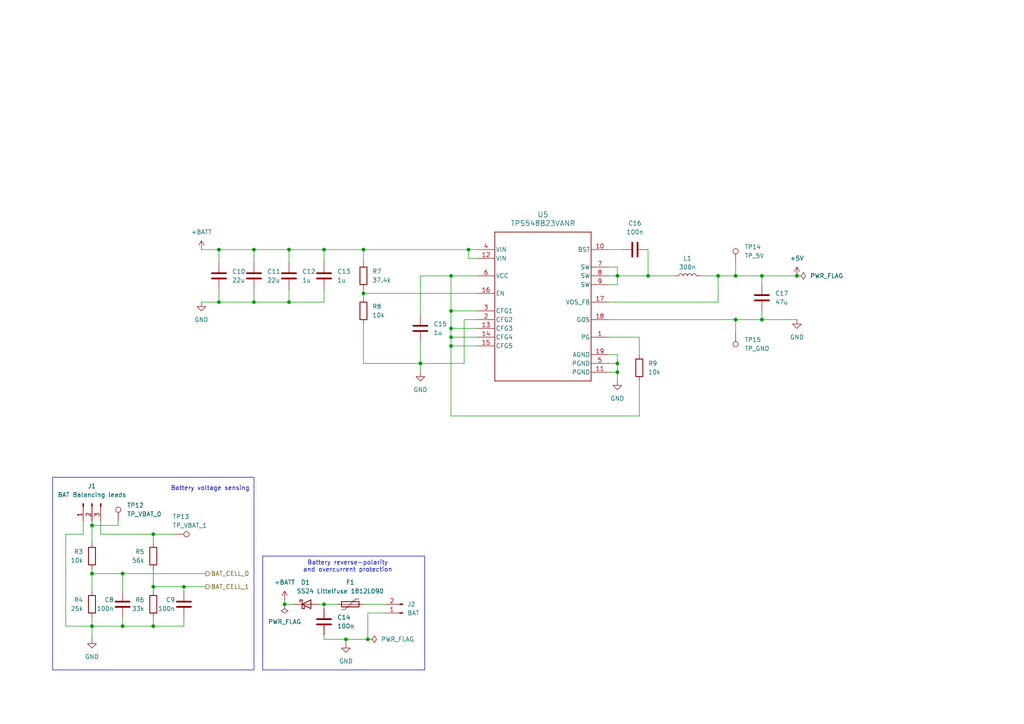
<source format=kicad_sch>
(kicad_sch (version 20250114) (generator "eeschema") (generator_version "9.0")
  (paper "A4")
  (title_block (title "Project Viikate - Avionics") (date "2026-01-30") (rev "1") (company "Aalto Space Association"))
  (lib_symbols
    (symbol "Connector:Conn_01x02_Pin" (pin_names (offset 1.016) (hide yes))
      (property "Reference" "J" (at 0 2.54 0))
      (property "Value" "Conn_01x02_Pin" (at 0 -5.08 0))
      (symbol "Conn_01x02_Pin_1_1"
        (rectangle (start 0.8636 0.127) (end 0 -0.127) (stroke (width 0.1524)) (fill (type outline)))
        (rectangle (start 0.8636 -2.413) (end 0 -2.667) (stroke (width 0.1524)) (fill (type outline)))
        (polyline (pts (xy 1.27 0) (xy 0.8636 0)) (stroke (width 0.1524)))
        (polyline (pts (xy 1.27 -2.54) (xy 0.8636 -2.54)) (stroke (width 0.1524)))
        (pin passive line (at 5.08 0 180) (length 3.81) (name "Pin_1") (number "1"))
        (pin passive line (at 5.08 -2.54 180) (length 3.81) (name "Pin_2") (number "2"))
      )
    )
    (symbol "Connector:Conn_01x03_Pin" (pin_names (offset 1.016) (hide yes))
      (property "Reference" "J" (at 0 5.08 0))
      (property "Value" "Conn_01x03_Pin" (at 0 -5.08 0))
      (symbol "Conn_01x03_Pin_1_1"
        (rectangle (start 0.8636 2.667) (end 0 2.413) (stroke (width 0.1524)) (fill (type outline)))
        (rectangle (start 0.8636 0.127) (end 0 -0.127) (stroke (width 0.1524)) (fill (type outline)))
        (rectangle (start 0.8636 -2.413) (end 0 -2.667) (stroke (width 0.1524)) (fill (type outline)))
        (polyline (pts (xy 1.27 2.54) (xy 0.8636 2.54)) (stroke (width 0.1524)))
        (polyline (pts (xy 1.27 0) (xy 0.8636 0)) (stroke (width 0.1524)))
        (polyline (pts (xy 1.27 -2.54) (xy 0.8636 -2.54)) (stroke (width 0.1524)))
        (pin passive line (at 5.08 2.54 180) (length 3.81) (name "Pin_1") (number "1"))
        (pin passive line (at 5.08 0 180) (length 3.81) (name "Pin_2") (number "2"))
        (pin passive line (at 5.08 -2.54 180) (length 3.81) (name "Pin_3") (number "3"))
      )
    )
    (symbol "Connector:TestPoint" (pin_numbers (hide yes)) (pin_names (offset 0.762) (hide yes))
      (property "Reference" "TP" (at 0 6.858 0))
      (property "Value" "TestPoint" (at 0 5.08 0))
      (symbol "TestPoint_0_1"
        (circle (center 0 3.302) (radius 0.762))
      )
      (symbol "TestPoint_1_1"
        (pin passive line (at 0 0 90) (length 2.54) (name "1") (number "1"))
      )
    )
    (symbol "Device:C" (pin_numbers (hide yes)) (pin_names (offset 0.254))
      (property "Reference" "C" (at 0.635 2.54 0))
      (property "Value" "C" (at 0.635 -2.54 0))
      (symbol "C_0_1"
        (polyline (pts (xy -2.032 0.762) (xy 2.032 0.762)) (stroke (width 0.508)))
        (polyline (pts (xy -2.032 -0.762) (xy 2.032 -0.762)) (stroke (width 0.508)))
      )
      (symbol "C_1_1"
        (pin passive line (at 0 3.81 270) (length 2.794) (name "~") (number "1"))
        (pin passive line (at 0 -3.81 90) (length 2.794) (name "~") (number "2"))
      )
    )
    (symbol "Device:L" (pin_numbers (hide yes)) (pin_names (offset 1.016) (hide yes))
      (property "Reference" "L" (at -1.27 0 90))
      (property "Value" "L" (at 1.905 0 90))
      (symbol "L_0_1"
        (arc (start 0 2.54) (mid 0.6323 1.905) (end 0 1.27))
        (arc (start 0 1.27) (mid 0.6323 0.635) (end 0 0))
        (arc (start 0 0) (mid 0.6323 -0.635) (end 0 -1.27))
        (arc (start 0 -1.27) (mid 0.6323 -1.905) (end 0 -2.54))
      )
      (symbol "L_1_1"
        (pin passive line (at 0 3.81 270) (length 1.27) (name "1") (number "1"))
        (pin passive line (at 0 -3.81 90) (length 1.27) (name "2") (number "2"))
      )
    )
    (symbol "Device:Polyfuse" (pin_numbers (hide yes)) (pin_names (offset 0))
      (property "Reference" "F" (at -2.54 0 90))
      (property "Value" "Polyfuse" (at 2.54 0 90))
      (symbol "Polyfuse_0_1"
        (polyline (pts (xy -1.524 2.54) (xy -1.524 1.524) (xy 1.524 -1.524) (xy 1.524 -2.54)))
        (rectangle (start -0.762 2.54) (end 0.762 -2.54) (stroke (width 0.254)))
        (polyline (pts (xy 0 2.54) (xy 0 -2.54)))
      )
      (symbol "Polyfuse_1_1"
        (pin passive line (at 0 3.81 270) (length 1.27) (name "~") (number "1"))
        (pin passive line (at 0 -3.81 90) (length 1.27) (name "~") (number "2"))
      )
    )
    (symbol "Device:R" (pin_numbers (hide yes)) (pin_names (offset 0))
      (property "Reference" "R" (at 2.032 0 90))
      (property "Value" "R" (at 0 0 90))
      (symbol "R_0_1"
        (rectangle (start -1.016 -2.54) (end 1.016 2.54) (stroke (width 0.254)))
      )
      (symbol "R_1_1"
        (pin passive line (at 0 3.81 270) (length 1.27) (name "~") (number "1"))
        (pin passive line (at 0 -3.81 90) (length 1.27) (name "~") (number "2"))
      )
    )
    (symbol "Diode:SS24" (pin_numbers (hide yes)) (pin_names (offset 1.016) (hide yes))
      (property "Reference" "D" (at 0 2.54 0))
      (property "Value" "SS24" (at 0 -2.54 0))
      (symbol "SS24_0_1"
        (polyline (pts (xy -1.905 0.635) (xy -1.905 1.27) (xy -1.27 1.27) (xy -1.27 -1.27) (xy -0.635 -1.27) (xy -0.635 -0.635)) (stroke (width 0.254)))
        (polyline (pts (xy 1.27 1.27) (xy 1.27 -1.27) (xy -1.27 0) (xy 1.27 1.27)) (stroke (width 0.254)))
        (polyline (pts (xy 1.27 0) (xy -1.27 0)))
      )
      (symbol "SS24_1_1"
        (pin passive line (at -3.81 0 0) (length 2.54) (name "K") (number "1"))
        (pin passive line (at 3.81 0 180) (length 2.54) (name "A") (number "2"))
      )
    )
    (symbol "TPS548B23VANR:TPS548B23VANR" (pin_names (offset 0.254))
      (property "Reference" "U" (at 0 2.54 0))
      (property "Value" "TPS548B23VANR" (at 0 0 0))
      (symbol "TPS548B23VANR_0_1"
        (polyline (pts (xy 5.08 5.08) (xy 5.08 -38.1)) (stroke (width 0.2032)))
        (polyline (pts (xy 5.08 -38.1) (xy 33.02 -38.1)) (stroke (width 0.2032)))
        (polyline (pts (xy 33.02 5.08) (xy 5.08 5.08)) (stroke (width 0.2032)))
        (polyline (pts (xy 33.02 -38.1) (xy 33.02 5.08)) (stroke (width 0.2032)))
        (pin power_in line (at 0 0 0) (length 5.08) (name "VIN") (number "4"))
        (pin power_in line (at 0 -2.54 0) (length 5.08) (name "VIN") (number "12"))
        (pin unspecified line (at 0 -7.62 0) (length 5.08) (name "VCC") (number "6"))
        (pin input line (at 0 -12.7 0) (length 5.08) (name "EN") (number "16"))
        (pin input line (at 0 -17.78 0) (length 5.08) (name "CFG1") (number "3"))
        (pin input line (at 0 -20.32 0) (length 5.08) (name "CFG2") (number "2"))
        (pin input line (at 0 -22.86 0) (length 5.08) (name "CFG3") (number "13"))
        (pin input line (at 0 -25.4 0) (length 5.08) (name "CFG4") (number "14"))
        (pin input line (at 0 -27.94 0) (length 5.08) (name "CFG5") (number "15"))
        (pin unspecified line (at 38.1 0 180) (length 5.08) (name "BST") (number "10"))
        (pin unspecified line (at 38.1 -5.08 180) (length 5.08) (name "SW") (number "7"))
        (pin unspecified line (at 38.1 -7.62 180) (length 5.08) (name "SW") (number "8"))
        (pin unspecified line (at 38.1 -10.16 180) (length 5.08) (name "SW") (number "9"))
        (pin unspecified line (at 38.1 -15.24 180) (length 5.08) (name "VOS_FB") (number "17"))
        (pin unspecified line (at 38.1 -20.32 180) (length 5.08) (name "GOS") (number "18"))
        (pin open_collector line (at 38.1 -25.4 180) (length 5.08) (name "PG") (number "1"))
        (pin power_in line (at 38.1 -30.48 180) (length 5.08) (name "AGND") (number "19"))
        (pin power_in line (at 38.1 -33.02 180) (length 5.08) (name "PGND") (number "5"))
        (pin power_in line (at 38.1 -35.56 180) (length 5.08) (name "PGND") (number "11"))
      )
    )
    (symbol "power:+5V" (power) (pin_numbers (hide yes)) (pin_names (offset 0) (hide yes))
      (property "Value" "+5V" (at 0 3.556 0))
      (symbol "+5V_0_1"
        (polyline (pts (xy -0.762 1.27) (xy 0 2.54)))
        (polyline (pts (xy 0 2.54) (xy 0.762 1.27)))
        (polyline (pts (xy 0 0) (xy 0 2.54)))
      )
      (symbol "+5V_1_1"
        (pin power_in line (at 0 0 90) (length 0) (name "~") (number "1"))
      )
    )
    (symbol "power:+BATT" (power) (pin_numbers (hide yes)) (pin_names (offset 0) (hide yes))
      (property "Value" "+BATT" (at 0 3.556 0))
      (symbol "+BATT_0_1"
        (polyline (pts (xy -0.762 1.27) (xy 0 2.54)))
        (polyline (pts (xy 0 2.54) (xy 0.762 1.27)))
        (polyline (pts (xy 0 0) (xy 0 2.54)))
      )
      (symbol "+BATT_1_1"
        (pin power_in line (at 0 0 90) (length 0) (name "~") (number "1"))
      )
    )
    (symbol "power:GND" (power) (pin_numbers (hide yes)) (pin_names (offset 0) (hide yes))
      (property "Value" "GND" (at 0 -3.81 0))
      (symbol "GND_0_1"
        (polyline (pts (xy 0 0) (xy 0 -1.27) (xy 1.27 -1.27) (xy 0 -2.54) (xy -1.27 -1.27) (xy 0 -1.27)))
      )
      (symbol "GND_1_1"
        (pin power_in line (at 0 0 270) (length 0) (name "~") (number "1"))
      )
    )
    (symbol "power:PWR_FLAG" (power) (pin_numbers (hide yes)) (pin_names (offset 0) (hide yes))
      (property "Value" "PWR_FLAG" (at 0 3.81 0))
      (symbol "PWR_FLAG_0_0"
        (pin power_out line (at 0 0 90) (length 0) (name "~") (number "1"))
      )
      (symbol "PWR_FLAG_0_1"
        (polyline (pts (xy 0 0) (xy 0 1.27) (xy -1.016 1.905) (xy 0 2.54) (xy 1.016 1.905) (xy 0 1.27)))
      )
    )
  )
  (rectangle (start 15.24 138.43) (end 73.66 194.31))
  (rectangle (start 76.2 161.29) (end 123.19 194.31))
  (text "Battery reverse-polarity\nand overcurrent protection" (at 100.838 164.338 0) (effects (font (size 1.27 1.27))))
  (text "Battery voltage sensing" (at 60.96 141.732 0) (effects (font (size 1.27 1.27))))
  (junction (at 93.98 175.26))
  (junction (at 130.81 97.79))
  (junction (at 130.81 100.33))
  (junction (at 231.14 80.01))
  (junction (at 63.5 87.63))
  (junction (at 44.45 154.94))
  (junction (at 26.67 166.37))
  (junction (at 26.67 152.4))
  (junction (at 63.5 72.39))
  (junction (at 106.68 185.42))
  (junction (at 73.66 87.63))
  (junction (at 130.81 90.17))
  (junction (at 26.67 181.61))
  (junction (at 130.81 95.25))
  (junction (at 53.34 170.18))
  (junction (at 105.41 72.39))
  (junction (at 187.96 80.01))
  (junction (at 213.36 92.71))
  (junction (at 93.98 72.39))
  (junction (at 73.66 72.39))
  (junction (at 220.98 92.71))
  (junction (at 179.07 105.41))
  (junction (at 130.81 80.01))
  (junction (at 83.82 72.39))
  (junction (at 35.56 166.37))
  (junction (at 105.41 85.09))
  (junction (at 35.56 181.61))
  (junction (at 179.07 107.95))
  (junction (at 44.45 170.18))
  (junction (at 220.98 80.01))
  (junction (at 213.36 80.01))
  (junction (at 83.82 87.63))
  (junction (at 208.28 80.01))
  (junction (at 44.45 181.61))
  (junction (at 135.89 72.39))
  (junction (at 82.55 175.26))
  (junction (at 179.07 80.01))
  (junction (at 121.92 105.41))
  (junction (at 100.33 185.42))
  (wire (pts (xy 220.98 80.01) (xy 220.98 82.55)))
  (wire (pts (xy 93.98 175.26) (xy 93.98 176.53)))
  (wire (pts (xy 63.5 83.82) (xy 63.5 87.63)))
  (wire (pts (xy 134.62 92.71) (xy 134.62 105.41)))
  (wire (pts (xy 130.81 80.01) (xy 121.92 80.01)))
  (wire (pts (xy 106.68 177.8) (xy 106.68 185.42)))
  (wire (pts (xy 138.43 95.25) (xy 130.81 95.25)))
  (wire (pts (xy 179.07 105.41) (xy 179.07 107.95)))
  (wire (pts (xy 83.82 87.63) (xy 93.98 87.63)))
  (wire (pts (xy 100.33 185.42) (xy 100.33 186.69)))
  (wire (pts (xy 130.81 90.17) (xy 130.81 80.01)))
  (wire (pts (xy 179.07 80.01) (xy 179.07 82.55)))
  (wire (pts (xy 83.82 72.39) (xy 93.98 72.39)))
  (wire (pts (xy 53.34 181.61) (xy 44.45 181.61)))
  (wire (pts (xy 176.53 87.63) (xy 208.28 87.63)))
  (wire (pts (xy 50.8 154.94) (xy 44.45 154.94)))
  (wire (pts (xy 121.92 105.41) (xy 121.92 107.95)))
  (wire (pts (xy 138.43 90.17) (xy 130.81 90.17)))
  (wire (pts (xy 73.66 72.39) (xy 73.66 76.2)))
  (wire (pts (xy 179.07 107.95) (xy 179.07 110.49)))
  (wire (pts (xy 179.07 80.01) (xy 187.96 80.01)))
  (wire (pts (xy 105.41 175.26) (xy 111.76 175.26)))
  (wire (pts (xy 58.42 87.63) (xy 63.5 87.63)))
  (wire (pts (xy 208.28 80.01) (xy 203.2 80.01)))
  (wire (pts (xy 34.29 152.4) (xy 26.67 152.4)))
  (wire (pts (xy 34.29 151.13) (xy 34.29 152.4)))
  (wire (pts (xy 35.56 166.37) (xy 26.67 166.37)))
  (wire (pts (xy 93.98 72.39) (xy 105.41 72.39)))
  (wire (pts (xy 213.36 76.2) (xy 213.36 80.01)))
  (wire (pts (xy 35.56 181.61) (xy 26.67 181.61)))
  (wire (pts (xy 35.56 166.37) (xy 59.69 166.37)))
  (wire (pts (xy 176.53 102.87) (xy 179.07 102.87)))
  (wire (pts (xy 208.28 80.01) (xy 208.28 87.63)))
  (wire (pts (xy 220.98 92.71) (xy 231.14 92.71)))
  (wire (pts (xy 121.92 80.01) (xy 121.92 91.44)))
  (wire (pts (xy 176.53 72.39) (xy 180.34 72.39)))
  (wire (pts (xy 105.41 93.98) (xy 105.41 105.41)))
  (wire (pts (xy 82.55 173.99) (xy 82.55 175.26)))
  (wire (pts (xy 83.82 72.39) (xy 83.82 76.2)))
  (wire (pts (xy 24.13 154.94) (xy 19.05 154.94)))
  (wire (pts (xy 176.53 105.41) (xy 179.07 105.41)))
  (wire (pts (xy 63.5 72.39) (xy 73.66 72.39)))
  (wire (pts (xy 138.43 100.33) (xy 130.81 100.33)))
  (wire (pts (xy 138.43 97.79) (xy 130.81 97.79)))
  (wire (pts (xy 208.28 80.01) (xy 213.36 80.01)))
  (wire (pts (xy 73.66 72.39) (xy 83.82 72.39)))
  (wire (pts (xy 53.34 170.18) (xy 59.69 170.18)))
  (wire (pts (xy 93.98 87.63) (xy 93.98 83.82)))
  (wire (pts (xy 187.96 72.39) (xy 187.96 80.01)))
  (wire (pts (xy 213.36 92.71) (xy 220.98 92.71)))
  (wire (pts (xy 130.81 95.25) (xy 130.81 90.17)))
  (wire (pts (xy 93.98 184.15) (xy 93.98 185.42)))
  (wire (pts (xy 53.34 170.18) (xy 53.34 171.45)))
  (wire (pts (xy 26.67 181.61) (xy 26.67 185.42)))
  (wire (pts (xy 53.34 170.18) (xy 44.45 170.18)))
  (wire (pts (xy 44.45 179.07) (xy 44.45 181.61)))
  (wire (pts (xy 58.42 72.39) (xy 63.5 72.39)))
  (wire (pts (xy 130.81 97.79) (xy 130.81 95.25)))
  (wire (pts (xy 93.98 175.26) (xy 97.79 175.26)))
  (wire (pts (xy 53.34 179.07) (xy 53.34 181.61)))
  (wire (pts (xy 185.42 97.79) (xy 185.42 102.87)))
  (wire (pts (xy 121.92 99.06) (xy 121.92 105.41)))
  (wire (pts (xy 29.21 154.94) (xy 44.45 154.94)))
  (wire (pts (xy 24.13 151.13) (xy 24.13 154.94)))
  (wire (pts (xy 220.98 80.01) (xy 231.14 80.01)))
  (wire (pts (xy 82.55 175.26) (xy 85.09 175.26)))
  (wire (pts (xy 105.41 85.09) (xy 105.41 83.82)))
  (wire (pts (xy 29.21 151.13) (xy 29.21 154.94)))
  (wire (pts (xy 179.07 102.87) (xy 179.07 105.41)))
  (wire (pts (xy 35.56 166.37) (xy 35.56 171.45)))
  (wire (pts (xy 130.81 120.65) (xy 185.42 120.65)))
  (wire (pts (xy 176.53 97.79) (xy 185.42 97.79)))
  (wire (pts (xy 130.81 100.33) (xy 130.81 97.79)))
  (wire (pts (xy 26.67 152.4) (xy 26.67 157.48)))
  (wire (pts (xy 187.96 80.01) (xy 195.58 80.01)))
  (wire (pts (xy 92.71 175.26) (xy 93.98 175.26)))
  (wire (pts (xy 44.45 170.18) (xy 44.45 171.45)))
  (wire (pts (xy 26.67 166.37) (xy 26.67 171.45)))
  (wire (pts (xy 44.45 181.61) (xy 35.56 181.61)))
  (wire (pts (xy 73.66 87.63) (xy 83.82 87.63)))
  (wire (pts (xy 93.98 185.42) (xy 100.33 185.42)))
  (wire (pts (xy 63.5 72.39) (xy 63.5 76.2)))
  (wire (pts (xy 26.67 179.07) (xy 26.67 181.61)))
  (wire (pts (xy 26.67 165.1) (xy 26.67 166.37)))
  (wire (pts (xy 213.36 80.01) (xy 220.98 80.01)))
  (wire (pts (xy 179.07 82.55) (xy 176.53 82.55)))
  (wire (pts (xy 83.82 83.82) (xy 83.82 87.63)))
  (wire (pts (xy 185.42 110.49) (xy 185.42 120.65)))
  (wire (pts (xy 176.53 92.71) (xy 213.36 92.71)))
  (wire (pts (xy 135.89 74.93) (xy 138.43 74.93)))
  (wire (pts (xy 63.5 87.63) (xy 73.66 87.63)))
  (wire (pts (xy 44.45 154.94) (xy 44.45 157.48)))
  (wire (pts (xy 138.43 92.71) (xy 134.62 92.71)))
  (wire (pts (xy 73.66 83.82) (xy 73.66 87.63)))
  (wire (pts (xy 105.41 85.09) (xy 138.43 85.09)))
  (wire (pts (xy 138.43 72.39) (xy 135.89 72.39)))
  (wire (pts (xy 19.05 181.61) (xy 26.67 181.61)))
  (wire (pts (xy 130.81 80.01) (xy 138.43 80.01)))
  (wire (pts (xy 105.41 72.39) (xy 135.89 72.39)))
  (wire (pts (xy 35.56 179.07) (xy 35.56 181.61)))
  (wire (pts (xy 121.92 105.41) (xy 134.62 105.41)))
  (wire (pts (xy 105.41 72.39) (xy 105.41 76.2)))
  (wire (pts (xy 19.05 154.94) (xy 19.05 181.61)))
  (wire (pts (xy 179.07 77.47) (xy 179.07 80.01)))
  (wire (pts (xy 179.07 107.95) (xy 176.53 107.95)))
  (wire (pts (xy 44.45 165.1) (xy 44.45 170.18)))
  (wire (pts (xy 100.33 185.42) (xy 106.68 185.42)))
  (wire (pts (xy 130.81 100.33) (xy 130.81 120.65)))
  (wire (pts (xy 93.98 72.39) (xy 93.98 76.2)))
  (wire (pts (xy 105.41 105.41) (xy 121.92 105.41)))
  (wire (pts (xy 111.76 177.8) (xy 106.68 177.8)))
  (wire (pts (xy 213.36 96.52) (xy 213.36 92.71)))
  (wire (pts (xy 176.53 77.47) (xy 179.07 77.47)))
  (wire (pts (xy 135.89 72.39) (xy 135.89 74.93)))
  (wire (pts (xy 176.53 80.01) (xy 179.07 80.01)))
  (wire (pts (xy 105.41 85.09) (xy 105.41 86.36)))
  (wire (pts (xy 26.67 151.13) (xy 26.67 152.4)))
  (wire (pts (xy 220.98 90.17) (xy 220.98 92.71)))
  (hierarchical_label "BAT_CELL_0" (shape output) (at 59.69 166.37 0))
  (hierarchical_label "BAT_CELL_1" (shape output) (at 59.69 170.18 0))
  (symbol (lib_id "Device:R") (at 185.42 106.68 0) (unit 1)
    (property "Reference" "R9" (at 187.96 105.4099 0) (effects (justify left)))
    (property "Value" "10k" (at 187.96 107.9499 0) (effects (justify left)))
    (property "Footprint" "Resistor_SMD:R_0805_2012Metric_Pad1.20x1.40mm_HandSolder" (effects (hide yes)))
    (property "Description" "Resistor" (effects (hide yes)))
  )
  (symbol (lib_id "Connector:Conn_01x02_Pin") (at 116.84 177.8 180) (unit 1)
    (property "Reference" "J2" (at 118.11 175.2599 0) (effects (justify right)))
    (property "Value" "BAT" (at 118.11 177.7999 0) (effects (justify right)))
    (property "Footprint" "Connector_Molex:Molex_Mini-Fit_Jr_5566-02A_2x01_P4.20mm_Vertical" (effects (hide yes)))
    (property "Description" "Generic connector, single row, 01x02, script generated" (effects (hide yes)))
  )
  (symbol (lib_id "Device:R") (at 26.67 161.29 0) (mirror y) (unit 1)
    (property "Reference" "R3" (at 24.13 160.0199 0) (effects (justify left)))
    (property "Value" "10k" (at 24.13 162.5599 0) (effects (justify left)))
    (property "Footprint" "Resistor_SMD:R_0805_2012Metric_Pad1.20x1.40mm_HandSolder" (effects (hide yes)))
    (property "Description" "Resistor" (effects (hide yes)))
  )
  (symbol (lib_id "Device:C") (at 184.15 72.39 90) (unit 1)
    (property "Reference" "C16" (at 184.15 64.77 90))
    (property "Value" "100n" (at 184.15 67.31 90))
    (property "Footprint" "Capacitor_SMD:C_0805_2012Metric_Pad1.18x1.45mm_HandSolder" (effects (hide yes)))
    (property "Description" "Unpolarized capacitor" (effects (hide yes)))
  )
  (symbol (lib_id "TPS548B23VANR:TPS548B23VANR") (at 138.43 72.39 0) (unit 1)
    (property "Reference" "U5" (at 157.48 62.23 0) (effects (font (size 1.524 1.524))))
    (property "Value" "TPS548B23VANR" (at 157.48 64.77 0) (effects (font (size 1.524 1.524))))
    (property "Footprint" "libraries:VAN0019A-MFG" (effects (hide yes)))
    (property "Datasheet" "https://www.ti.com/lit/gpn/tps548b23" (effects (hide yes)))
  )
  (symbol (lib_id "power:+BATT") (at 58.42 72.39 0) (unit 1)
    (property "Reference" "#PWR017" (effects (hide yes)))
    (property "Value" "+BATT" (at 58.42 67.31 0))
    (property "Description" "Power symbol creates a global label with name \"+BATT\"" (effects (hide yes)))
  )
  (symbol (lib_id "Connector:Conn_01x03_Pin") (at 26.67 146.05 90) (mirror x) (unit 1)
    (property "Reference" "J1" (at 26.67 140.97 90))
    (property "Value" "BAT Balancing leads" (at 26.67 143.51 90))
    (property "Footprint" "Connector_JST:JST_XH_S3B-XH-A_1x03_P2.50mm_Horizontal" (effects (hide yes)))
    (property "Description" "Generic connector, single row, 01x03, script generated" (effects (hide yes)))
  )
  (symbol (lib_id "Device:R") (at 44.45 161.29 0) (mirror y) (unit 1)
    (property "Reference" "R5" (at 41.91 160.0199 0) (effects (justify left)))
    (property "Value" "56k" (at 41.91 162.5599 0) (effects (justify left)))
    (property "Footprint" "Resistor_SMD:R_0805_2012Metric_Pad1.20x1.40mm_HandSolder" (effects (hide yes)))
    (property "Description" "Resistor" (effects (hide yes)))
  )
  (symbol (lib_id "Device:C") (at 63.5 80.01 0) (unit 1)
    (property "Reference" "C10" (at 67.31 78.7399 0) (effects (justify left)))
    (property "Value" "22u" (at 67.31 81.2799 0) (effects (justify left)))
    (property "Footprint" "Capacitor_SMD:C_0805_2012Metric_Pad1.18x1.45mm_HandSolder" (effects (hide yes)))
    (property "Description" "Unpolarized capacitor" (effects (hide yes)))
  )
  (symbol (lib_id "power:GND") (at 179.07 110.49 0) (unit 1)
    (property "Reference" "#PWR022" (effects (hide yes)))
    (property "Value" "GND" (at 179.07 115.57 0))
    (property "Description" "Power symbol creates a global label with name \"GND\" , ground" (effects (hide yes)))
  )
  (symbol (lib_id "power:PWR_FLAG") (at 106.68 185.42 270) (unit 1)
    (property "Reference" "#FLG02" (effects (hide yes)))
    (property "Value" "PWR_FLAG" (at 110.49 185.4199 90) (effects (justify left)))
    (property "Description" "Special symbol for telling ERC where power comes from" (effects (hide yes)))
  )
  (symbol (lib_id "Connector:TestPoint") (at 34.29 151.13 0) (unit 1)
    (property "Reference" "TP12" (at 36.83 146.5579 0) (effects (justify left)))
    (property "Value" "TP_VBAT_0" (at 36.83 149.0979 0) (effects (justify left)))
    (property "Footprint" "TestPoint:TestPoint_Pad_D1.5mm" (effects (hide yes)))
    (property "Description" "test point" (effects (hide yes)))
  )
  (symbol (lib_id "power:+BATT") (at 82.55 173.99 0) (unit 1)
    (property "Reference" "#PWR019" (effects (hide yes)))
    (property "Value" "+BATT" (at 82.55 168.91 0))
    (property "Description" "Power symbol creates a global label with name \"+BATT\"" (effects (hide yes)))
  )
  (symbol (lib_id "Device:R") (at 105.41 90.17 0) (unit 1)
    (property "Reference" "R8" (at 107.95 88.8999 0) (effects (justify left)))
    (property "Value" "10k" (at 107.95 91.4399 0) (effects (justify left)))
    (property "Footprint" "Resistor_SMD:R_0805_2012Metric_Pad1.20x1.40mm_HandSolder" (effects (hide yes)))
    (property "Description" "Resistor" (effects (hide yes)))
  )
  (symbol (lib_id "power:PWR_FLAG") (at 82.55 175.26 180) (unit 1)
    (property "Reference" "#FLG01" (effects (hide yes)))
    (property "Value" "PWR_FLAG" (at 82.55 180.34 0))
    (property "Description" "Special symbol for telling ERC where power comes from" (effects (hide yes)))
  )
  (symbol (lib_id "Device:Polyfuse") (at 101.6 175.26 270) (unit 1)
    (property "Reference" "F1" (at 101.6 168.91 90))
    (property "Value" "Littelfuse 1812L090" (at 101.6 171.45 90))
    (property "Footprint" "Fuse:Fuse_1812_4532Metric_Pad1.30x3.40mm_HandSolder" (effects (hide yes)))
    (property "Description" "Resettable fuse, polymeric positive temperature coefficient" (effects (hide yes)))
  )
  (symbol (lib_id "power:GND") (at 58.42 87.63 0) (unit 1)
    (property "Reference" "#PWR018" (effects (hide yes)))
    (property "Value" "GND" (at 58.42 92.71 0))
    (property "Description" "Power symbol creates a global label with name \"GND\" , ground" (effects (hide yes)))
  )
  (symbol (lib_id "power:GND") (at 121.92 107.95 0) (unit 1)
    (property "Reference" "#PWR021" (effects (hide yes)))
    (property "Value" "GND" (at 121.92 113.03 0))
    (property "Description" "Power symbol creates a global label with name \"GND\" , ground" (effects (hide yes)))
  )
  (symbol (lib_id "Device:C") (at 73.66 80.01 0) (unit 1)
    (property "Reference" "C11" (at 77.47 78.7399 0) (effects (justify left)))
    (property "Value" "22u" (at 77.47 81.2799 0) (effects (justify left)))
    (property "Footprint" "Capacitor_SMD:C_0805_2012Metric_Pad1.18x1.45mm_HandSolder" (effects (hide yes)))
    (property "Description" "Unpolarized capacitor" (effects (hide yes)))
  )
  (symbol (lib_id "Diode:SS24") (at 88.9 175.26 0) (unit 1)
    (property "Reference" "D1" (at 88.5825 168.91 0))
    (property "Value" "SS24" (at 88.5825 171.45 0))
    (property "Footprint" "Diode_SMD:D_SMA" (effects (hide yes)))
    (property "Datasheet" "https://www.vishay.com/docs/88748/ss22.pdf" (effects (hide yes)))
    (property "Description" "40V 2A Schottky Diode, SMA" (effects (hide yes)))
  )
  (symbol (lib_id "Device:L") (at 199.39 80.01 90) (unit 1)
    (property "Reference" "L1" (at 199.39 74.93 90))
    (property "Value" "300n" (at 199.39 77.47 90))
    (property "Footprint" "Inductor_SMD:L_2512_6332Metric_Pad1.52x3.35mm_HandSolder" (effects (hide yes)))
    (property "Description" "Inductor" (effects (hide yes)))
  )
  (symbol (lib_id "Device:R") (at 26.67 175.26 0) (mirror y) (unit 1)
    (property "Reference" "R4" (at 24.13 173.9899 0) (effects (justify left)))
    (property "Value" "25k" (at 24.13 176.5299 0) (effects (justify left)))
    (property "Footprint" "Resistor_SMD:R_0805_2012Metric_Pad1.20x1.40mm_HandSolder" (effects (hide yes)))
    (property "Description" "Resistor" (effects (hide yes)))
  )
  (symbol (lib_id "power:PWR_FLAG") (at 231.14 80.01 270) (unit 1)
    (property "Reference" "#FLG03" (effects (hide yes)))
    (property "Value" "PWR_FLAG" (at 234.95 80.0099 90) (effects (justify left)))
    (property "Description" "Special symbol for telling ERC where power comes from" (effects (hide yes)))
  )
  (symbol (lib_id "Connector:TestPoint") (at 213.36 76.2 0) (unit 1)
    (property "Reference" "TP14" (at 215.9 71.6279 0) (effects (justify left)))
    (property "Value" "TP_5V" (at 215.9 74.1679 0) (effects (justify left)))
    (property "Footprint" "TestPoint:TestPoint_Pad_D1.5mm" (effects (hide yes)))
    (property "Description" "test point" (effects (hide yes)))
  )
  (symbol (lib_id "Device:C") (at 83.82 80.01 0) (unit 1)
    (property "Reference" "C12" (at 87.63 78.7399 0) (effects (justify left)))
    (property "Value" "1u" (at 87.63 81.2799 0) (effects (justify left)))
    (property "Footprint" "Capacitor_SMD:C_0805_2012Metric_Pad1.18x1.45mm_HandSolder" (effects (hide yes)))
    (property "Description" "Unpolarized capacitor" (effects (hide yes)))
  )
  (symbol (lib_id "power:GND") (at 100.33 186.69 0) (unit 1)
    (property "Reference" "#PWR020" (effects (hide yes)))
    (property "Value" "GND" (at 100.33 191.77 0))
    (property "Description" "Power symbol creates a global label with name \"GND\" , ground" (effects (hide yes)))
  )
  (symbol (lib_id "Device:C") (at 93.98 80.01 0) (unit 1)
    (property "Reference" "C13" (at 97.79 78.7399 0) (effects (justify left)))
    (property "Value" "1u" (at 97.79 81.2799 0) (effects (justify left)))
    (property "Footprint" "Capacitor_SMD:C_0805_2012Metric_Pad1.18x1.45mm_HandSolder" (effects (hide yes)))
    (property "Description" "Unpolarized capacitor" (effects (hide yes)))
  )
  (symbol (lib_id "Connector:TestPoint") (at 50.8 154.94 270) (unit 1)
    (property "Reference" "TP13" (at 50.038 149.86 90) (effects (justify left)))
    (property "Value" "TP_VBAT_1" (at 50.038 152.4 90) (effects (justify left)))
    (property "Footprint" "TestPoint:TestPoint_Pad_D1.5mm" (effects (hide yes)))
    (property "Description" "test point" (effects (hide yes)))
  )
  (symbol (lib_id "Device:R") (at 105.41 80.01 0) (unit 1)
    (property "Reference" "R7" (at 107.95 78.7399 0) (effects (justify left)))
    (property "Value" "37.4k" (at 107.95 81.2799 0) (effects (justify left)))
    (property "Footprint" "Resistor_SMD:R_0805_2012Metric_Pad1.20x1.40mm_HandSolder" (effects (hide yes)))
    (property "Description" "Resistor" (effects (hide yes)))
  )
  (symbol (lib_id "Device:R") (at 44.45 175.26 0) (mirror y) (unit 1)
    (property "Reference" "R6" (at 41.91 173.9899 0) (effects (justify left)))
    (property "Value" "33k" (at 41.91 176.5299 0) (effects (justify left)))
    (property "Footprint" "Resistor_SMD:R_0805_2012Metric_Pad1.20x1.40mm_HandSolder" (effects (hide yes)))
    (property "Description" "Resistor" (effects (hide yes)))
  )
  (symbol (lib_id "Connector:TestPoint") (at 213.36 96.52 180) (unit 1)
    (property "Reference" "TP15" (at 215.9 98.5519 0) (effects (justify right)))
    (property "Value" "TP_GND" (at 215.9 101.0919 0) (effects (justify right)))
    (property "Footprint" "TestPoint:TestPoint_Pad_D1.5mm" (effects (hide yes)))
    (property "Description" "test point" (effects (hide yes)))
  )
  (symbol (lib_id "Device:C") (at 121.92 95.25 0) (unit 1)
    (property "Reference" "C15" (at 125.73 93.9799 0) (effects (justify left)))
    (property "Value" "1u" (at 125.73 96.5199 0) (effects (justify left)))
    (property "Footprint" "Capacitor_SMD:C_0805_2012Metric_Pad1.18x1.45mm_HandSolder" (effects (hide yes)))
    (property "Description" "Unpolarized capacitor" (effects (hide yes)))
  )
  (symbol (lib_id "Device:C") (at 53.34 175.26 0) (mirror y) (unit 1)
    (property "Reference" "C9" (at 50.8 173.99 0) (effects (justify left)))
    (property "Value" "100n" (at 50.8 176.53 0) (effects (justify left)))
    (property "Footprint" "Capacitor_SMD:C_0805_2012Metric_Pad1.18x1.45mm_HandSolder" (effects (hide yes)))
    (property "Description" "Unpolarized capacitor" (effects (hide yes)))
  )
  (symbol (lib_id "Device:C") (at 220.98 86.36 0) (unit 1)
    (property "Reference" "C17" (at 224.79 85.0899 0) (effects (justify left)))
    (property "Value" "47u" (at 224.79 87.6299 0) (effects (justify left)))
    (property "Footprint" "Capacitor_SMD:C_0805_2012Metric_Pad1.18x1.45mm_HandSolder" (effects (hide yes)))
    (property "Description" "Unpolarized capacitor" (effects (hide yes)))
  )
  (symbol (lib_id "Device:C") (at 93.98 180.34 0) (unit 1)
    (property "Reference" "C14" (at 97.79 179.0699 0) (effects (justify left)))
    (property "Value" "100n" (at 97.79 181.6099 0) (effects (justify left)))
    (property "Footprint" "Capacitor_SMD:C_0805_2012Metric_Pad1.18x1.45mm_HandSolder" (effects (hide yes)))
    (property "Description" "Unpolarized capacitor" (effects (hide yes)))
  )
  (symbol (lib_id "power:+5V") (at 231.14 80.01 0) (unit 1)
    (property "Reference" "#PWR023" (effects (hide yes)))
    (property "Value" "+5V" (at 231.14 74.93 0))
    (property "Description" "Power symbol creates a global label with name \"+5V\"" (effects (hide yes)))
  )
  (symbol (lib_id "power:GND") (at 231.14 92.71 0) (unit 1)
    (property "Reference" "#PWR024" (effects (hide yes)))
    (property "Value" "GND" (at 231.14 97.79 0))
    (property "Description" "Power symbol creates a global label with name \"GND\" , ground" (effects (hide yes)))
  )
  (symbol (lib_id "power:GND") (at 26.67 185.42 0) (mirror y) (unit 1)
    (property "Reference" "#PWR016" (effects (hide yes)))
    (property "Value" "GND" (at 26.67 190.5 0))
    (property "Description" "Power symbol creates a global label with name \"GND\" , ground" (effects (hide yes)))
  )
  (symbol (lib_id "Device:C") (at 35.56 175.26 0) (mirror y) (unit 1)
    (property "Reference" "C8" (at 33.02 173.99 0) (effects (justify left)))
    (property "Value" "100n" (at 33.02 176.53 0) (effects (justify left)))
    (property "Footprint" "Capacitor_SMD:C_0805_2012Metric_Pad1.18x1.45mm_HandSolder" (effects (hide yes)))
    (property "Description" "Unpolarized capacitor" (effects (hide yes)))
  )
)
</source>
